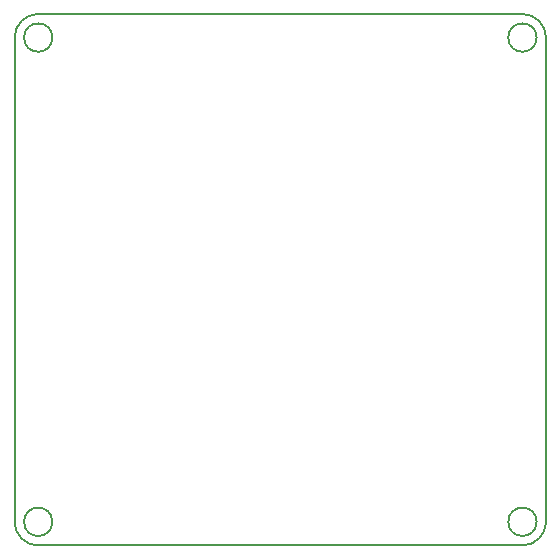
<source format=gko>
%FSLAX25Y25*%
%MOIN*%
G70*
G01*
G75*
G04 Layer_Color=16711935*
%ADD10C,0.02000*%
%ADD11C,0.03200*%
%ADD12C,0.03200*%
%ADD13R,0.03000X0.03500*%
%ADD14R,0.03500X0.03000*%
%ADD15R,0.02362X0.04299*%
%ADD16O,0.02756X0.09843*%
%ADD17O,0.09843X0.02756*%
%ADD18R,0.08661X0.04134*%
%ADD19R,0.04331X0.03937*%
%ADD20R,0.04299X0.02362*%
%ADD21R,0.04921X0.07874*%
%ADD22R,0.07087X0.12992*%
%ADD23R,0.11811X0.04213*%
%ADD24R,0.37008X0.27559*%
%ADD25R,0.09449X0.10236*%
%ADD26C,0.01000*%
%ADD27C,0.03000*%
%ADD28C,0.02500*%
%ADD29C,0.04000*%
%ADD30C,0.07000*%
%ADD31C,0.04200*%
%ADD32C,0.02800*%
%ADD33C,0.06000*%
%ADD34R,0.06000X0.06000*%
%ADD35C,0.02500*%
%ADD36R,0.10236X0.09449*%
%ADD37R,0.05118X0.03150*%
%ADD38R,0.06693X0.05906*%
%ADD39C,0.04000*%
%ADD40R,0.02362X0.01969*%
%ADD41C,0.00800*%
%ADD42C,0.01500*%
%ADD43C,0.00500*%
%ADD44C,0.01600*%
%ADD45C,0.00700*%
%ADD46C,0.00600*%
%ADD47C,0.00100*%
%ADD48R,0.01181X0.08412*%
%ADD49R,0.01870X0.17323*%
%ADD50C,0.00787*%
%ADD51R,0.17323X0.01870*%
%ADD52R,0.03800X0.04300*%
%ADD53R,0.04300X0.03800*%
%ADD54R,0.03162X0.05099*%
%ADD55O,0.03556X0.10642*%
%ADD56O,0.10642X0.03556*%
%ADD57R,0.09461X0.04934*%
%ADD58R,0.05131X0.04737*%
%ADD59R,0.05099X0.03162*%
%ADD60R,0.05721X0.08674*%
%ADD61R,0.07887X0.13792*%
%ADD62R,0.12611X0.05013*%
%ADD63R,0.37808X0.28359*%
%ADD64R,0.10249X0.11036*%
%ADD65C,0.06800*%
%ADD66R,0.06800X0.06800*%
%ADD67R,0.11036X0.10249*%
%ADD68R,0.05918X0.03950*%
%ADD69R,0.07493X0.06706*%
%ADD70C,0.04800*%
%ADD71R,0.03162X0.02769*%
D41*
X0Y7874D02*
G03*
X7874Y-0I7874J0D01*
G01*
Y177165D02*
G03*
X0Y169291I0J-7874D01*
G01*
X177165Y169291D02*
G03*
X169291Y177165I-7874J0D01*
G01*
Y-0D02*
G03*
X177165Y7874I0J7874D01*
G01*
X7874Y0D02*
X169291D01*
X0Y7874D02*
Y169291D01*
X7874Y177165D02*
X169291D01*
X177165Y7874D02*
Y169291D01*
D46*
X12598Y169291D02*
G03*
X12598Y169291I-4724J0D01*
G01*
X174016Y7874D02*
G03*
X174016Y7874I-4724J0D01*
G01*
X174016Y169291D02*
G03*
X174016Y169291I-4724J0D01*
G01*
X12598Y7874D02*
G03*
X12598Y7874I-4724J0D01*
G01*
M02*

</source>
